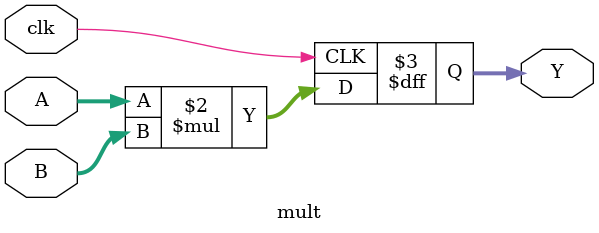
<source format=v>
module mult #(
    parameter WIDTH = 32
)
(
    input   clk,
    input  [WIDTH-1:0] A,
    input  [WIDTH-1:0] B,
    output reg [WIDTH*2-1:0] Y
);

    always @(posedge clk) begin
        Y <= A * B;
    end

endmodule
</source>
